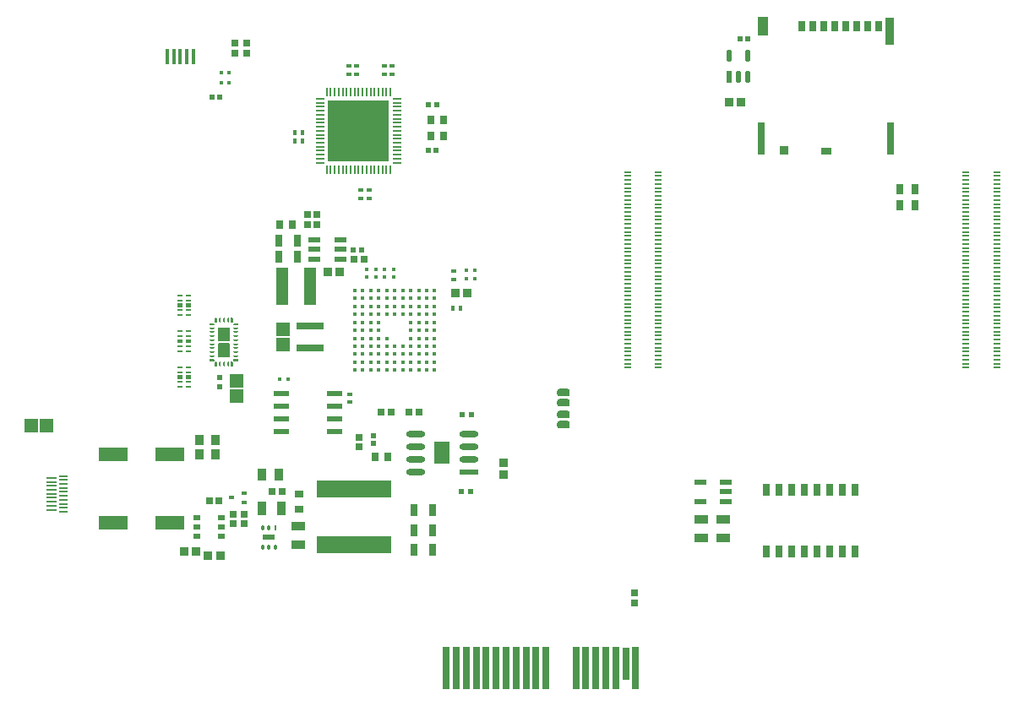
<source format=gtp>
G04*
G04 #@! TF.GenerationSoftware,Altium Limited,Altium Designer,24.4.1 (13)*
G04*
G04 Layer_Color=8421504*
%FSLAX44Y44*%
%MOMM*%
G71*
G04*
G04 #@! TF.SameCoordinates,03FE6816-4A6D-4829-BFD7-AFDAA43F001A*
G04*
G04*
G04 #@! TF.FilePolarity,Positive*
G04*
G01*
G75*
%ADD21R,1.6123X2.2523*%
%ADD22R,1.2154X0.6154*%
%ADD23R,0.7000X0.2000*%
%ADD24R,0.7112X4.1910*%
%ADD25R,0.7112X3.3000*%
%ADD26O,0.2000X0.9500*%
%ADD27O,0.9500X0.2000*%
%ADD28R,6.2000X6.2000*%
%ADD29R,1.5500X0.6000*%
%ADD30R,1.4562X1.3781*%
G04:AMPARAMS|DCode=31|XSize=1.9296mm|YSize=0.6121mm|CornerRadius=0.3061mm|HoleSize=0mm|Usage=FLASHONLY|Rotation=180.000|XOffset=0mm|YOffset=0mm|HoleType=Round|Shape=RoundedRectangle|*
%AMROUNDEDRECTD31*
21,1,1.9296,0.0000,0,0,180.0*
21,1,1.3175,0.6121,0,0,180.0*
1,1,0.6121,-0.6588,0.0000*
1,1,0.6121,0.6588,0.0000*
1,1,0.6121,0.6588,0.0000*
1,1,0.6121,-0.6588,0.0000*
%
%ADD31ROUNDEDRECTD31*%
%ADD32R,1.9296X0.6121*%
%ADD33R,0.6500X0.7000*%
%ADD34R,0.7600X1.2500*%
%ADD35R,0.5000X0.4000*%
%ADD36R,0.7500X1.0000*%
%ADD37R,0.9000X0.8000*%
%ADD38R,0.5100X0.4000*%
%ADD39R,1.1500X0.6000*%
%ADD40R,1.4000X0.9500*%
%ADD41R,0.5500X0.5500*%
%ADD42R,2.8500X1.4000*%
%ADD43R,0.9582X1.0061*%
%ADD44R,1.3781X1.4562*%
%ADD45C,0.1800*%
G04:AMPARAMS|DCode=46|XSize=0.2mm|YSize=0.5mm|CornerRadius=0.05mm|HoleSize=0mm|Usage=FLASHONLY|Rotation=180.000|XOffset=0mm|YOffset=0mm|HoleType=Round|Shape=RoundedRectangle|*
%AMROUNDEDRECTD46*
21,1,0.2000,0.4000,0,0,180.0*
21,1,0.1000,0.5000,0,0,180.0*
1,1,0.1000,-0.0500,0.2000*
1,1,0.1000,0.0500,0.2000*
1,1,0.1000,0.0500,-0.2000*
1,1,0.1000,-0.0500,-0.2000*
%
%ADD46ROUNDEDRECTD46*%
G04:AMPARAMS|DCode=47|XSize=0.5mm|YSize=0.2mm|CornerRadius=0.05mm|HoleSize=0mm|Usage=FLASHONLY|Rotation=180.000|XOffset=0mm|YOffset=0mm|HoleType=Round|Shape=RoundedRectangle|*
%AMROUNDEDRECTD47*
21,1,0.5000,0.1000,0,0,180.0*
21,1,0.4000,0.2000,0,0,180.0*
1,1,0.1000,-0.2000,0.0500*
1,1,0.1000,0.2000,0.0500*
1,1,0.1000,0.2000,-0.0500*
1,1,0.1000,-0.2000,-0.0500*
%
%ADD47ROUNDEDRECTD47*%
G04:AMPARAMS|DCode=48|XSize=0.565mm|YSize=0.2mm|CornerRadius=0.05mm|HoleSize=0mm|Usage=FLASHONLY|Rotation=0.000|XOffset=0mm|YOffset=0mm|HoleType=Round|Shape=RoundedRectangle|*
%AMROUNDEDRECTD48*
21,1,0.5650,0.1000,0,0,0.0*
21,1,0.4650,0.2000,0,0,0.0*
1,1,0.1000,0.2325,-0.0500*
1,1,0.1000,-0.2325,-0.0500*
1,1,0.1000,-0.2325,0.0500*
1,1,0.1000,0.2325,0.0500*
%
%ADD48ROUNDEDRECTD48*%
%ADD49R,1.0000X0.2300*%
%ADD50R,0.8500X0.2300*%
%ADD51R,0.7000X0.6500*%
%ADD52R,0.7000X0.2000*%
G04:AMPARAMS|DCode=53|XSize=0.762mm|YSize=1.27mm|CornerRadius=0.1905mm|HoleSize=0mm|Usage=FLASHONLY|Rotation=90.000|XOffset=0mm|YOffset=0mm|HoleType=Round|Shape=RoundedRectangle|*
%AMROUNDEDRECTD53*
21,1,0.7620,0.8890,0,0,90.0*
21,1,0.3810,1.2700,0,0,90.0*
1,1,0.3810,0.4445,0.1905*
1,1,0.3810,0.4445,-0.1905*
1,1,0.3810,-0.4445,-0.1905*
1,1,0.3810,-0.4445,0.1905*
%
%ADD53ROUNDEDRECTD53*%
%ADD54R,0.9000X0.9300*%
%ADD55R,1.0500X0.7800*%
%ADD56R,1.1400X1.8300*%
%ADD57R,0.7000X3.3000*%
%ADD58R,0.8600X2.8000*%
%ADD59R,0.7000X1.1000*%
%ADD60R,0.8000X0.5500*%
G04:AMPARAMS|DCode=61|XSize=1.2196mm|YSize=0.5885mm|CornerRadius=0.2942mm|HoleSize=0mm|Usage=FLASHONLY|Rotation=90.000|XOffset=0mm|YOffset=0mm|HoleType=Round|Shape=RoundedRectangle|*
%AMROUNDEDRECTD61*
21,1,1.2196,0.0000,0,0,90.0*
21,1,0.6311,0.5885,0,0,90.0*
1,1,0.5885,0.0000,0.3156*
1,1,0.5885,0.0000,-0.3156*
1,1,0.5885,0.0000,-0.3156*
1,1,0.5885,0.0000,0.3156*
%
%ADD61ROUNDEDRECTD61*%
%ADD62R,0.5885X1.2196*%
%ADD63R,0.5153X0.4725*%
%ADD64R,0.9051X0.9062*%
%ADD65C,0.4500*%
%ADD66R,2.7000X0.8000*%
%ADD67R,0.4500X0.4500*%
%ADD68R,0.4000X0.5000*%
%ADD69R,0.9500X1.4500*%
%ADD70R,0.4500X0.4500*%
%ADD71R,0.7200X0.7200*%
%ADD72R,0.2925X0.5561*%
%ADD73R,0.6500X0.6500*%
G04:AMPARAMS|DCode=74|XSize=0.5561mm|YSize=0.2925mm|CornerRadius=0.1462mm|HoleSize=0mm|Usage=FLASHONLY|Rotation=270.000|XOffset=0mm|YOffset=0mm|HoleType=Round|Shape=RoundedRectangle|*
%AMROUNDEDRECTD74*
21,1,0.5561,0.0000,0,0,270.0*
21,1,0.2636,0.2925,0,0,270.0*
1,1,0.2925,0.0000,-0.1318*
1,1,0.2925,0.0000,0.1318*
1,1,0.2925,0.0000,0.1318*
1,1,0.2925,0.0000,-0.1318*
%
%ADD74ROUNDEDRECTD74*%
%ADD75R,7.5000X1.8000*%
%ADD76R,0.7000X1.3000*%
%ADD77R,0.9062X0.9051*%
%ADD78R,0.4000X1.5000*%
%ADD79R,0.8000X0.9000*%
%ADD80R,0.5200X0.5200*%
G04:AMPARAMS|DCode=81|XSize=0.55mm|YSize=0.5mm|CornerRadius=0.0625mm|HoleSize=0mm|Usage=FLASHONLY|Rotation=270.000|XOffset=0mm|YOffset=0mm|HoleType=Round|Shape=RoundedRectangle|*
%AMROUNDEDRECTD81*
21,1,0.5500,0.3750,0,0,270.0*
21,1,0.4250,0.5000,0,0,270.0*
1,1,0.1250,-0.1875,-0.2125*
1,1,0.1250,-0.1875,0.2125*
1,1,0.1250,0.1875,0.2125*
1,1,0.1250,0.1875,-0.2125*
%
%ADD81ROUNDEDRECTD81*%
%ADD82R,0.6682X0.6725*%
%ADD83R,0.6000X0.5500*%
%ADD84R,0.7581X0.8121*%
%ADD85R,0.7121X0.7811*%
%ADD86R,0.8065X1.3082*%
%ADD87R,0.4725X0.4682*%
%ADD88R,0.7500X0.9000*%
%ADD89R,1.2000X3.7000*%
G36*
X200783Y355724D02*
X200924Y355583D01*
X201000Y355399D01*
Y355300D01*
Y352700D01*
Y352601D01*
X200924Y352417D01*
X200783Y352276D01*
X200599Y352200D01*
X195751D01*
X195567Y352276D01*
X195426Y352417D01*
X195350Y352601D01*
Y352700D01*
Y355300D01*
Y355399D01*
X195426Y355583D01*
X195567Y355724D01*
X195751Y355800D01*
X200599D01*
X200783Y355724D01*
D02*
G37*
G36*
X192433D02*
X192574Y355583D01*
X192650Y355399D01*
Y355300D01*
Y352700D01*
Y352601D01*
X192574Y352417D01*
X192433Y352276D01*
X192249Y352200D01*
X187400D01*
X187217Y352276D01*
X187076Y352417D01*
X187000Y352601D01*
Y352700D01*
Y355300D01*
Y355399D01*
X187076Y355583D01*
X187217Y355724D01*
X187400Y355800D01*
X192249D01*
X192433Y355724D01*
D02*
G37*
G36*
X242533Y341424D02*
X242674Y341283D01*
X242750Y341099D01*
X242750Y341000D01*
X242750Y341000D01*
Y337400D01*
X241850Y336500D01*
X241150D01*
X240967Y336576D01*
X240826Y336717D01*
X240750Y336900D01*
Y337000D01*
Y337000D01*
X240750Y341000D01*
X240750Y341099D01*
X240826Y341283D01*
X240967Y341424D01*
X241151Y341500D01*
X241250D01*
X241250Y341500D01*
X242250Y341500D01*
X242349Y341500D01*
X242533Y341424D01*
D02*
G37*
G36*
X225250Y341500D02*
X226250Y341500D01*
Y341500D01*
X226349D01*
X226533Y341424D01*
X226674Y341283D01*
X226750Y341099D01*
X226750Y341000D01*
Y337000D01*
X226750Y337000D01*
Y336900D01*
X226674Y336717D01*
X226533Y336576D01*
X226349Y336500D01*
X225650D01*
X224750Y337400D01*
Y341000D01*
X224750Y341099D01*
X224826Y341283D01*
X224967Y341424D01*
X225151Y341500D01*
X225250Y341500D01*
D02*
G37*
G36*
X248033Y335924D02*
X248174Y335783D01*
X248250Y335600D01*
X248250Y335500D01*
X248250Y334500D01*
X248250Y334500D01*
Y334401D01*
X248174Y334217D01*
X248033Y334076D01*
X247849Y334000D01*
X247750Y334000D01*
X243750D01*
X243750Y334000D01*
X243650D01*
X243467Y334076D01*
X243326Y334217D01*
X243250Y334401D01*
Y334500D01*
Y335100D01*
X244150Y336000D01*
X247750D01*
X247849Y336000D01*
X248033Y335924D01*
D02*
G37*
G36*
X219750Y336000D02*
X223350D01*
X224250Y335100D01*
X224250Y334500D01*
Y334401D01*
X224174Y334217D01*
X224033Y334076D01*
X223849Y334000D01*
X223750D01*
Y334000D01*
X219750D01*
X219651Y334000D01*
X219467Y334076D01*
X219326Y334217D01*
X219250Y334401D01*
Y334500D01*
Y334500D01*
X219250Y335500D01*
X219250Y335600D01*
X219326Y335783D01*
X219467Y335924D01*
X219650Y336000D01*
X219750Y336000D01*
D02*
G37*
G36*
X239183Y331874D02*
X239324Y331733D01*
X239400Y331549D01*
Y331450D01*
Y318550D01*
Y318451D01*
X239324Y318267D01*
X239183Y318126D01*
X238999Y318050D01*
X228500D01*
X228317Y318126D01*
X228176Y318267D01*
X228100Y318451D01*
Y318550D01*
Y331450D01*
Y331549D01*
X228176Y331733D01*
X228317Y331874D01*
X228500Y331950D01*
X238999D01*
X239183Y331874D01*
D02*
G37*
G36*
X200783Y319724D02*
X200924Y319583D01*
X201000Y319399D01*
Y319300D01*
Y316700D01*
Y316600D01*
X200924Y316417D01*
X200783Y316276D01*
X200599Y316200D01*
X195751D01*
X195567Y316276D01*
X195426Y316417D01*
X195350Y316600D01*
Y316700D01*
Y319300D01*
Y319399D01*
X195426Y319583D01*
X195567Y319724D01*
X195751Y319800D01*
X200599D01*
X200783Y319724D01*
D02*
G37*
G36*
X192433D02*
X192574Y319583D01*
X192650Y319399D01*
Y319300D01*
Y316700D01*
Y316600D01*
X192574Y316417D01*
X192433Y316276D01*
X192249Y316200D01*
X187400D01*
X187217Y316276D01*
X187076Y316417D01*
X187000Y316600D01*
Y316700D01*
Y319300D01*
Y319399D01*
X187076Y319583D01*
X187217Y319724D01*
X187400Y319800D01*
X192249D01*
X192433Y319724D01*
D02*
G37*
G36*
X239183Y315874D02*
X239324Y315733D01*
X239400Y315549D01*
Y315450D01*
Y302550D01*
Y302451D01*
X239324Y302267D01*
X239183Y302126D01*
X238999Y302050D01*
X228500D01*
X228317Y302126D01*
X228176Y302267D01*
X228100Y302451D01*
Y302550D01*
Y315450D01*
Y315549D01*
X228176Y315733D01*
X228317Y315874D01*
X228500Y315950D01*
X238999D01*
X239183Y315874D01*
D02*
G37*
G36*
X247750Y300000D02*
X247849Y300000D01*
X248033Y299924D01*
X248174Y299783D01*
X248250Y299599D01*
Y299500D01*
X248250D01*
X248250Y298500D01*
X248250Y298400D01*
X248174Y298217D01*
X248033Y298076D01*
X247849Y298000D01*
X247750Y298000D01*
X247750Y298000D01*
X244150D01*
X243250Y298900D01*
Y299500D01*
Y299599D01*
X243326Y299783D01*
X243467Y299924D01*
X243650Y300000D01*
X243750D01*
X243750Y300000D01*
X247750Y300000D01*
D02*
G37*
G36*
X223750Y300000D02*
X223849D01*
X224033Y299924D01*
X224174Y299783D01*
X224250Y299599D01*
Y299500D01*
X224250Y298900D01*
X223350Y298000D01*
X219750D01*
Y298000D01*
X219650Y298000D01*
X219467Y298076D01*
X219326Y298217D01*
X219250Y298400D01*
X219250Y298500D01*
X219250Y299500D01*
Y299599D01*
X219326Y299783D01*
X219467Y299924D01*
X219651Y300000D01*
X219750Y300000D01*
X223750Y300000D01*
Y300000D01*
D02*
G37*
G36*
X242750Y296600D02*
Y293000D01*
X242750D01*
X242750Y292901D01*
X242674Y292717D01*
X242533Y292576D01*
X242349Y292500D01*
X242250Y292500D01*
X241250Y292500D01*
X241250Y292500D01*
X241151D01*
X240967Y292576D01*
X240826Y292717D01*
X240750Y292901D01*
X240750Y293000D01*
X240750Y297000D01*
Y297099D01*
X240826Y297283D01*
X240967Y297424D01*
X241150Y297500D01*
X241250D01*
X241850Y297500D01*
X242750Y296600D01*
D02*
G37*
G36*
X226250Y297500D02*
X226349D01*
X226533Y297424D01*
X226674Y297283D01*
X226750Y297099D01*
Y297000D01*
X226750D01*
Y293000D01*
X226750Y292901D01*
X226674Y292717D01*
X226533Y292576D01*
X226349Y292500D01*
X226250D01*
X225250Y292500D01*
X225151Y292500D01*
X224967Y292576D01*
X224826Y292717D01*
X224750Y292901D01*
X224750Y293000D01*
Y296600D01*
X225650Y297500D01*
X226250Y297500D01*
D02*
G37*
G36*
X200783Y283724D02*
X200924Y283583D01*
X201000Y283399D01*
Y283300D01*
Y280700D01*
Y280600D01*
X200924Y280417D01*
X200783Y280276D01*
X200599Y280200D01*
X195751D01*
X195567Y280276D01*
X195426Y280417D01*
X195350Y280600D01*
Y280700D01*
Y283300D01*
Y283399D01*
X195426Y283583D01*
X195567Y283724D01*
X195751Y283800D01*
X200599D01*
X200783Y283724D01*
D02*
G37*
G36*
X192433D02*
X192574Y283583D01*
X192650Y283399D01*
Y283300D01*
Y280700D01*
Y280600D01*
X192574Y280417D01*
X192433Y280276D01*
X192249Y280200D01*
X187400D01*
X187217Y280276D01*
X187076Y280417D01*
X187000Y280600D01*
Y280700D01*
Y283300D01*
Y283399D01*
X187076Y283583D01*
X187217Y283724D01*
X187400Y283800D01*
X192249D01*
X192433Y283724D01*
D02*
G37*
D21*
X452587Y206051D02*
D03*
D22*
X279000Y121220D02*
D03*
D23*
X668915Y291591D02*
D03*
X638115D02*
D03*
X668915Y295591D02*
D03*
X638115D02*
D03*
X668915Y299591D02*
D03*
X638115D02*
D03*
X668915Y303591D02*
D03*
X638115D02*
D03*
X668915Y307591D02*
D03*
X638115D02*
D03*
X668915Y311591D02*
D03*
X638115D02*
D03*
X668915Y315591D02*
D03*
X638115D02*
D03*
X668915Y319591D02*
D03*
X638115D02*
D03*
X668915Y323591D02*
D03*
X638115D02*
D03*
X668915Y327591D02*
D03*
X638115D02*
D03*
X668915Y331591D02*
D03*
X638115D02*
D03*
X668915Y335591D02*
D03*
X638115D02*
D03*
X668915Y339591D02*
D03*
X638115D02*
D03*
X668915Y343591D02*
D03*
X638115D02*
D03*
X668915Y347591D02*
D03*
X638115D02*
D03*
X668915Y351591D02*
D03*
X638115D02*
D03*
X668915Y355591D02*
D03*
X638115D02*
D03*
X668915Y359591D02*
D03*
X638115D02*
D03*
X668915Y363591D02*
D03*
X638115D02*
D03*
X668915Y367591D02*
D03*
X638115D02*
D03*
X668915Y371591D02*
D03*
X638115D02*
D03*
X668915Y375591D02*
D03*
X638115D02*
D03*
X668915Y379591D02*
D03*
X638115D02*
D03*
X668915Y383591D02*
D03*
X638115D02*
D03*
X668915Y387591D02*
D03*
X638115D02*
D03*
X668915Y391591D02*
D03*
X638115D02*
D03*
X668915Y395591D02*
D03*
X638115D02*
D03*
X668915Y399591D02*
D03*
X638115D02*
D03*
X668915Y403591D02*
D03*
X638115D02*
D03*
X668915Y407591D02*
D03*
X638115D02*
D03*
X668915Y411591D02*
D03*
X638115D02*
D03*
X668915Y415591D02*
D03*
X638115D02*
D03*
X668915Y419591D02*
D03*
X638115D02*
D03*
X668915Y423591D02*
D03*
X638115D02*
D03*
X668915Y427591D02*
D03*
X638115D02*
D03*
X668915Y431591D02*
D03*
X638115D02*
D03*
X668915Y435591D02*
D03*
X638115D02*
D03*
X668915Y439591D02*
D03*
X638115D02*
D03*
X668915Y443591D02*
D03*
X638115D02*
D03*
X668915Y447591D02*
D03*
X638115D02*
D03*
X668915Y451591D02*
D03*
X638115D02*
D03*
X668915Y455591D02*
D03*
X638115D02*
D03*
X668915Y459591D02*
D03*
X638115D02*
D03*
X668915Y463591D02*
D03*
X638115D02*
D03*
X668915Y467591D02*
D03*
X638115D02*
D03*
X668915Y471591D02*
D03*
X638115D02*
D03*
X668915Y475591D02*
D03*
X638115D02*
D03*
X668915Y479591D02*
D03*
X638115D02*
D03*
X668915Y483591D02*
D03*
X638115D02*
D03*
X668915Y487591D02*
D03*
X638115D02*
D03*
X1008115Y291591D02*
D03*
X977315D02*
D03*
X1008115Y295591D02*
D03*
X977315D02*
D03*
X1008115Y299591D02*
D03*
X977315D02*
D03*
X1008115Y303591D02*
D03*
X977315D02*
D03*
X1008115Y307591D02*
D03*
X977315D02*
D03*
X1008115Y311591D02*
D03*
X977315D02*
D03*
X1008115Y315591D02*
D03*
X977315D02*
D03*
X1008115Y319591D02*
D03*
X977315D02*
D03*
X1008115Y323591D02*
D03*
X977315D02*
D03*
X1008115Y327591D02*
D03*
X977315D02*
D03*
X1008115Y331591D02*
D03*
X977315D02*
D03*
X1008115Y335591D02*
D03*
X977315D02*
D03*
X1008115Y339591D02*
D03*
X977315D02*
D03*
X1008115Y343591D02*
D03*
X977315D02*
D03*
X1008115Y347591D02*
D03*
X977315D02*
D03*
X1008115Y351591D02*
D03*
X977315D02*
D03*
X1008115Y355591D02*
D03*
X977315D02*
D03*
X1008115Y359591D02*
D03*
X977315D02*
D03*
X1008115Y363591D02*
D03*
X977315D02*
D03*
X1008115Y367591D02*
D03*
X977315D02*
D03*
X1008115Y371591D02*
D03*
X977315D02*
D03*
X1008115Y375591D02*
D03*
X977315D02*
D03*
X1008115Y379591D02*
D03*
X977315D02*
D03*
X1008115Y383591D02*
D03*
X977315D02*
D03*
X1008115Y387591D02*
D03*
X977315D02*
D03*
X1008115Y391591D02*
D03*
X977315D02*
D03*
X1008115Y395591D02*
D03*
X977315D02*
D03*
X1008115Y399591D02*
D03*
X977315D02*
D03*
X1008115Y403591D02*
D03*
X977315D02*
D03*
X1008115Y407591D02*
D03*
X977315D02*
D03*
X1008115Y411591D02*
D03*
X977315D02*
D03*
X1008115Y415591D02*
D03*
X977315D02*
D03*
X1008115Y419591D02*
D03*
X977315D02*
D03*
X1008115Y423591D02*
D03*
X977315D02*
D03*
X1008115Y427591D02*
D03*
X977315D02*
D03*
X1008115Y431591D02*
D03*
X977315D02*
D03*
X1008115Y435591D02*
D03*
X977315D02*
D03*
X1008115Y439591D02*
D03*
X977315D02*
D03*
X1008115Y443591D02*
D03*
X977315D02*
D03*
X1008115Y447591D02*
D03*
X977315D02*
D03*
X1008115Y451591D02*
D03*
X977315D02*
D03*
X1008115Y455591D02*
D03*
X977315D02*
D03*
X1008115Y459591D02*
D03*
X977315D02*
D03*
X1008115Y463591D02*
D03*
X977315D02*
D03*
X1008115Y467591D02*
D03*
X977315D02*
D03*
X1008115Y471591D02*
D03*
X977315D02*
D03*
X1008115Y475591D02*
D03*
X977315D02*
D03*
X1008115Y479591D02*
D03*
X977315D02*
D03*
X1008115Y483591D02*
D03*
X977315D02*
D03*
X1008115Y487591D02*
D03*
X977315D02*
D03*
D24*
X546514Y-9906D02*
D03*
X536514D02*
D03*
X586514D02*
D03*
X496514D02*
D03*
X506514D02*
D03*
X556514D02*
D03*
X606514D02*
D03*
X616514D02*
D03*
X486514D02*
D03*
X516514D02*
D03*
X626514D02*
D03*
X596514D02*
D03*
X646514D02*
D03*
X456514D02*
D03*
X466514D02*
D03*
X476514D02*
D03*
X526514D02*
D03*
D25*
X636514Y-5406D02*
D03*
D26*
X336750Y567750D02*
D03*
X400750Y490250D02*
D03*
X396750D02*
D03*
X368750D02*
D03*
X344750D02*
D03*
X336750D02*
D03*
X376750D02*
D03*
X372750D02*
D03*
X340750D02*
D03*
X384750D02*
D03*
X364750Y567750D02*
D03*
X360750D02*
D03*
X400750D02*
D03*
X396750D02*
D03*
X352750D02*
D03*
X348750D02*
D03*
X388750D02*
D03*
X384750D02*
D03*
X340750D02*
D03*
X376750D02*
D03*
X372750D02*
D03*
X356750Y490250D02*
D03*
X344750Y567750D02*
D03*
X392750Y490250D02*
D03*
X380750Y567750D02*
D03*
X388750Y490250D02*
D03*
X360750D02*
D03*
X364750D02*
D03*
X348750D02*
D03*
X352750D02*
D03*
X356750Y567750D02*
D03*
X380750Y490250D02*
D03*
X368750Y567750D02*
D03*
X392750D02*
D03*
D27*
X407500Y561000D02*
D03*
Y525000D02*
D03*
Y517000D02*
D03*
Y509000D02*
D03*
Y501000D02*
D03*
Y497000D02*
D03*
X330000D02*
D03*
Y501000D02*
D03*
Y509000D02*
D03*
Y513000D02*
D03*
Y521000D02*
D03*
Y525000D02*
D03*
Y533000D02*
D03*
Y537000D02*
D03*
Y545000D02*
D03*
Y549000D02*
D03*
Y557000D02*
D03*
Y561000D02*
D03*
X407500Y533000D02*
D03*
Y505000D02*
D03*
Y513000D02*
D03*
Y529000D02*
D03*
Y521000D02*
D03*
X330000Y541000D02*
D03*
Y505000D02*
D03*
X407500Y541000D02*
D03*
Y553000D02*
D03*
Y557000D02*
D03*
Y545000D02*
D03*
Y549000D02*
D03*
X330000Y517000D02*
D03*
Y553000D02*
D03*
Y529000D02*
D03*
X407500Y537000D02*
D03*
D28*
X368750Y529000D02*
D03*
D29*
X345000Y265400D02*
D03*
X291000Y252700D02*
D03*
Y265400D02*
D03*
Y240000D02*
D03*
Y227300D02*
D03*
X345000Y240000D02*
D03*
Y227300D02*
D03*
Y252700D02*
D03*
D30*
X246750Y277891D02*
D03*
Y262609D02*
D03*
X293250Y314859D02*
D03*
Y330141D02*
D03*
D31*
X426175Y225100D02*
D03*
Y212400D02*
D03*
Y187000D02*
D03*
X479000Y225100D02*
D03*
X426175Y199700D02*
D03*
X479000Y212400D02*
D03*
Y199700D02*
D03*
D32*
Y187000D02*
D03*
D33*
X243000Y144750D02*
D03*
Y135250D02*
D03*
X245000Y607000D02*
D03*
X256500D02*
D03*
X245000Y616500D02*
D03*
X256500D02*
D03*
X645243Y55850D02*
D03*
Y65350D02*
D03*
X254000Y135250D02*
D03*
Y144750D02*
D03*
D34*
X866450Y107250D02*
D03*
X853750D02*
D03*
X841050D02*
D03*
X828350D02*
D03*
X815650D02*
D03*
X802950D02*
D03*
X790250D02*
D03*
X777550D02*
D03*
Y168750D02*
D03*
X790250D02*
D03*
X802950D02*
D03*
X815650D02*
D03*
X828350D02*
D03*
X841050D02*
D03*
X853750D02*
D03*
X866450D02*
D03*
D35*
X358885Y594000D02*
D03*
Y586000D02*
D03*
X366614Y594000D02*
D03*
Y586000D02*
D03*
X402500Y586000D02*
D03*
Y594000D02*
D03*
X395000Y586000D02*
D03*
Y594000D02*
D03*
X464000Y380000D02*
D03*
X360000Y265000D02*
D03*
X464000Y388000D02*
D03*
X360000Y257000D02*
D03*
X379000Y461250D02*
D03*
Y469250D02*
D03*
X370750Y461250D02*
D03*
Y469250D02*
D03*
D36*
X926250Y470250D02*
D03*
X911250D02*
D03*
X926250Y454250D02*
D03*
X911250D02*
D03*
D37*
X308750Y149750D02*
D03*
Y164750D02*
D03*
D38*
X254500Y156000D02*
D03*
X241500Y161000D02*
D03*
X254500Y166000D02*
D03*
D39*
X737000Y157500D02*
D03*
Y167000D02*
D03*
Y176500D02*
D03*
X711000D02*
D03*
Y157500D02*
D03*
X350500Y400500D02*
D03*
Y410000D02*
D03*
X324500D02*
D03*
X350500Y419500D02*
D03*
X324500Y400500D02*
D03*
Y419500D02*
D03*
D40*
X712000Y120750D02*
D03*
Y139250D02*
D03*
X734000Y120750D02*
D03*
Y139250D02*
D03*
X308000Y113750D02*
D03*
Y132250D02*
D03*
D41*
X229750Y281500D02*
D03*
Y272500D02*
D03*
D42*
X179500Y136000D02*
D03*
X122500D02*
D03*
Y205000D02*
D03*
X179500D02*
D03*
D43*
X225000Y219261D02*
D03*
Y204739D02*
D03*
X209000Y219261D02*
D03*
Y204739D02*
D03*
D44*
X56031Y233500D02*
D03*
X40750D02*
D03*
D45*
X221750Y335000D02*
D03*
Y299000D02*
D03*
X245750Y335000D02*
D03*
Y299000D02*
D03*
X225750Y339000D02*
D03*
X241750D02*
D03*
X225750Y295000D02*
D03*
X241750D02*
D03*
D46*
X237750D02*
D03*
X233750D02*
D03*
X229750D02*
D03*
Y339000D02*
D03*
X233750D02*
D03*
X237750D02*
D03*
D47*
X221750Y303000D02*
D03*
Y307000D02*
D03*
Y311000D02*
D03*
Y315000D02*
D03*
Y319000D02*
D03*
Y323000D02*
D03*
Y327000D02*
D03*
Y331000D02*
D03*
X245750D02*
D03*
Y327000D02*
D03*
Y323000D02*
D03*
Y319000D02*
D03*
Y315000D02*
D03*
Y311000D02*
D03*
Y307000D02*
D03*
Y303000D02*
D03*
D48*
X189825Y323000D02*
D03*
X198175D02*
D03*
X189825Y328000D02*
D03*
X198175D02*
D03*
X189825Y308000D02*
D03*
X198175D02*
D03*
X189825Y313000D02*
D03*
X198175D02*
D03*
X189825Y344000D02*
D03*
X198175D02*
D03*
Y349000D02*
D03*
X189825D02*
D03*
X198175Y292000D02*
D03*
X189825D02*
D03*
X198175Y287000D02*
D03*
X189825D02*
D03*
Y364000D02*
D03*
X198175D02*
D03*
Y359000D02*
D03*
X189825D02*
D03*
X198175Y272000D02*
D03*
X189825D02*
D03*
X198175Y277000D02*
D03*
X189825D02*
D03*
D49*
X61000Y181000D02*
D03*
Y177000D02*
D03*
Y173000D02*
D03*
Y169000D02*
D03*
Y165000D02*
D03*
Y161000D02*
D03*
Y157000D02*
D03*
Y153000D02*
D03*
Y149000D02*
D03*
D50*
X73250Y183000D02*
D03*
Y179000D02*
D03*
Y175000D02*
D03*
Y171000D02*
D03*
Y167000D02*
D03*
Y163000D02*
D03*
Y159000D02*
D03*
Y155000D02*
D03*
Y151000D02*
D03*
Y147000D02*
D03*
D51*
X228750Y158000D02*
D03*
X219250D02*
D03*
X327250Y445000D02*
D03*
Y435000D02*
D03*
X317750D02*
D03*
Y445000D02*
D03*
D52*
X1008115Y291591D02*
D03*
X977315D02*
D03*
X1008115Y295591D02*
D03*
X977315D02*
D03*
X1008115Y299591D02*
D03*
X977315D02*
D03*
X1008115Y303591D02*
D03*
X977315D02*
D03*
X1008115Y307591D02*
D03*
X977315D02*
D03*
X1008115Y311591D02*
D03*
X977315D02*
D03*
X1008115Y315591D02*
D03*
X977315D02*
D03*
X1008115Y319591D02*
D03*
X977315D02*
D03*
X1008115Y323591D02*
D03*
X977315D02*
D03*
X1008115Y327591D02*
D03*
X977315D02*
D03*
X1008115Y331591D02*
D03*
X977315D02*
D03*
X1008115Y335591D02*
D03*
X977315D02*
D03*
X1008115Y339591D02*
D03*
X977315D02*
D03*
X1008115Y343591D02*
D03*
X977315D02*
D03*
X1008115Y347591D02*
D03*
X977315D02*
D03*
X1008115Y351591D02*
D03*
X977315D02*
D03*
X1008115Y355591D02*
D03*
X977315D02*
D03*
X1008115Y359591D02*
D03*
X977315D02*
D03*
X1008115Y363591D02*
D03*
X977315D02*
D03*
X1008115Y367591D02*
D03*
X977315D02*
D03*
X1008115Y371591D02*
D03*
X977315D02*
D03*
X1008115Y375591D02*
D03*
X977315D02*
D03*
X1008115Y379591D02*
D03*
X977315D02*
D03*
X1008115Y383591D02*
D03*
X977315D02*
D03*
X1008115Y387591D02*
D03*
X977315D02*
D03*
X1008115Y391591D02*
D03*
X977315D02*
D03*
X1008115Y395591D02*
D03*
X977315D02*
D03*
X1008115Y399591D02*
D03*
X977315D02*
D03*
X1008115Y403591D02*
D03*
X977315D02*
D03*
X1008115Y407591D02*
D03*
X977315D02*
D03*
X1008115Y411591D02*
D03*
X977315D02*
D03*
X1008115Y415591D02*
D03*
X977315D02*
D03*
X1008115Y419591D02*
D03*
X977315D02*
D03*
X1008115Y423591D02*
D03*
X977315D02*
D03*
X1008115Y427591D02*
D03*
X977315D02*
D03*
X1008115Y431591D02*
D03*
X977315D02*
D03*
X1008115Y435591D02*
D03*
X977315D02*
D03*
X1008115Y439591D02*
D03*
X977315D02*
D03*
X1008115Y443591D02*
D03*
X977315D02*
D03*
X1008115Y447591D02*
D03*
X977315D02*
D03*
X1008115Y451591D02*
D03*
X977315D02*
D03*
X1008115Y455591D02*
D03*
X977315D02*
D03*
X1008115Y459591D02*
D03*
X977315D02*
D03*
X1008115Y463591D02*
D03*
X977315D02*
D03*
X1008115Y467591D02*
D03*
X977315D02*
D03*
X1008115Y471591D02*
D03*
X977315D02*
D03*
X1008115Y475591D02*
D03*
X977315D02*
D03*
X1008115Y479591D02*
D03*
X977315D02*
D03*
X1008115Y483591D02*
D03*
X977315D02*
D03*
X1008115Y487591D02*
D03*
X977315D02*
D03*
X668915Y291591D02*
D03*
X638115D02*
D03*
X668915Y295591D02*
D03*
X638115D02*
D03*
X668915Y299591D02*
D03*
X638115D02*
D03*
X668915Y303591D02*
D03*
X638115D02*
D03*
X668915Y307591D02*
D03*
X638115D02*
D03*
X668915Y311591D02*
D03*
X638115D02*
D03*
X668915Y315591D02*
D03*
X638115D02*
D03*
X668915Y319591D02*
D03*
X638115D02*
D03*
X668915Y323591D02*
D03*
X638115D02*
D03*
X668915Y327591D02*
D03*
X638115D02*
D03*
X668915Y331591D02*
D03*
X638115D02*
D03*
X668915Y335591D02*
D03*
X638115D02*
D03*
X668915Y339591D02*
D03*
X638115D02*
D03*
X668915Y343591D02*
D03*
X638115D02*
D03*
X668915Y347591D02*
D03*
X638115D02*
D03*
X668915Y351591D02*
D03*
X638115D02*
D03*
X668915Y355591D02*
D03*
X638115D02*
D03*
X668915Y359591D02*
D03*
X638115D02*
D03*
X668915Y363591D02*
D03*
X638115D02*
D03*
X668915Y367591D02*
D03*
X638115D02*
D03*
X668915Y371591D02*
D03*
X638115D02*
D03*
X668915Y375591D02*
D03*
X638115D02*
D03*
X668915Y379591D02*
D03*
X638115D02*
D03*
X668915Y383591D02*
D03*
X638115D02*
D03*
X668915Y387591D02*
D03*
X638115D02*
D03*
X668915Y391591D02*
D03*
X638115D02*
D03*
X668915Y395591D02*
D03*
X638115D02*
D03*
X668915Y399591D02*
D03*
X638115D02*
D03*
X668915Y403591D02*
D03*
X638115D02*
D03*
X668915Y407591D02*
D03*
X638115D02*
D03*
X668915Y411591D02*
D03*
X638115D02*
D03*
X668915Y415591D02*
D03*
X638115D02*
D03*
X668915Y419591D02*
D03*
X638115D02*
D03*
X668915Y423591D02*
D03*
X638115D02*
D03*
X668915Y427591D02*
D03*
X638115D02*
D03*
X668915Y431591D02*
D03*
X638115D02*
D03*
X668915Y435591D02*
D03*
X638115D02*
D03*
X668915Y439591D02*
D03*
X638115D02*
D03*
X668915Y443591D02*
D03*
X638115D02*
D03*
X668915Y447591D02*
D03*
X638115D02*
D03*
X668915Y451591D02*
D03*
X638115D02*
D03*
X668915Y455591D02*
D03*
X638115D02*
D03*
X668915Y459591D02*
D03*
X638115D02*
D03*
X668915Y463591D02*
D03*
X638115D02*
D03*
X668915Y467591D02*
D03*
X638115D02*
D03*
X668915Y471591D02*
D03*
X638115D02*
D03*
X668915Y475591D02*
D03*
X638115D02*
D03*
X668915Y479591D02*
D03*
X638115D02*
D03*
X668915Y483591D02*
D03*
X638115D02*
D03*
X668915Y487591D02*
D03*
X638115D02*
D03*
D53*
X574000Y234000D02*
D03*
Y244000D02*
D03*
Y256000D02*
D03*
Y266000D02*
D03*
D54*
X795100Y509350D02*
D03*
D55*
X837750Y508600D02*
D03*
D56*
X774200Y633850D02*
D03*
D57*
X772000Y521200D02*
D03*
X901600D02*
D03*
D58*
X900800Y629000D02*
D03*
D59*
X813000Y634000D02*
D03*
X824000D02*
D03*
X835000D02*
D03*
X846000D02*
D03*
X857000D02*
D03*
X868000D02*
D03*
X879000D02*
D03*
X890000D02*
D03*
D60*
X231000Y122500D02*
D03*
Y132000D02*
D03*
Y141500D02*
D03*
X207000D02*
D03*
Y132000D02*
D03*
Y122500D02*
D03*
D61*
X740210Y603865D02*
D03*
X759000D02*
D03*
Y583000D02*
D03*
X749605D02*
D03*
D62*
X740210D02*
D03*
D63*
X751214Y621000D02*
D03*
X758786D02*
D03*
D64*
X739994Y558000D02*
D03*
X752006D02*
D03*
X465994Y366000D02*
D03*
X337989Y387500D02*
D03*
X230006Y103000D02*
D03*
X206006Y107000D02*
D03*
X478006Y366000D02*
D03*
X350000Y387500D02*
D03*
X193994Y107000D02*
D03*
X217994Y103000D02*
D03*
D65*
X381000Y337000D02*
D03*
X397000Y345000D02*
D03*
X421000Y337000D02*
D03*
X389000Y321000D02*
D03*
X373000Y369000D02*
D03*
Y353000D02*
D03*
X381000D02*
D03*
X373000Y361000D02*
D03*
X429000Y337000D02*
D03*
X437000Y345000D02*
D03*
X429000D02*
D03*
X445000Y353000D02*
D03*
X381000Y329000D02*
D03*
X373000D02*
D03*
X445000Y345000D02*
D03*
Y313000D02*
D03*
X421000Y369000D02*
D03*
X389000D02*
D03*
X397000Y353000D02*
D03*
X389000Y361000D02*
D03*
X421000Y345000D02*
D03*
X405000Y345000D02*
D03*
X421000Y329000D02*
D03*
X397000Y321000D02*
D03*
X389000Y345000D02*
D03*
X389000Y329000D02*
D03*
X421000Y313000D02*
D03*
X413000Y313000D02*
D03*
X413000Y305000D02*
D03*
X389000Y313000D02*
D03*
X397000Y305000D02*
D03*
X381000Y345000D02*
D03*
X373000D02*
D03*
Y337000D02*
D03*
X365000Y345000D02*
D03*
Y313000D02*
D03*
X365000Y337000D02*
D03*
X405000Y297000D02*
D03*
X421000Y289000D02*
D03*
X405000Y289000D02*
D03*
X389000Y297000D02*
D03*
Y289000D02*
D03*
X421000Y305000D02*
D03*
X389000Y337000D02*
D03*
X413000Y345000D02*
D03*
X421000Y321000D02*
D03*
X365000Y361000D02*
D03*
Y353000D02*
D03*
X445000Y305000D02*
D03*
X429000Y313000D02*
D03*
X437000D02*
D03*
X405000Y305000D02*
D03*
X437000Y361000D02*
D03*
X429000D02*
D03*
X381000D02*
D03*
X429000Y369000D02*
D03*
X421000Y353000D02*
D03*
X413000Y369000D02*
D03*
X405000Y361000D02*
D03*
Y353000D02*
D03*
X397000Y369000D02*
D03*
X365000Y329000D02*
D03*
X429000Y321000D02*
D03*
X397000Y361000D02*
D03*
X365000Y297000D02*
D03*
X381000Y305000D02*
D03*
X373000Y297000D02*
D03*
Y289000D02*
D03*
X381000Y297000D02*
D03*
X389000Y305000D02*
D03*
X381000Y289000D02*
D03*
X437000D02*
D03*
Y297000D02*
D03*
X429000Y305000D02*
D03*
X445000Y297000D02*
D03*
X437000Y305000D02*
D03*
X445000Y321000D02*
D03*
X413000Y361000D02*
D03*
X421000D02*
D03*
X429000Y353000D02*
D03*
X437000D02*
D03*
X405000Y313000D02*
D03*
X397000D02*
D03*
X429000Y297000D02*
D03*
X397000D02*
D03*
X397000Y289000D02*
D03*
X413000Y297000D02*
D03*
X413000Y289000D02*
D03*
X389000Y353000D02*
D03*
X421000Y297000D02*
D03*
X445000Y369000D02*
D03*
X445000Y361000D02*
D03*
X445000Y337000D02*
D03*
Y329000D02*
D03*
Y289000D02*
D03*
X437000Y369000D02*
D03*
Y337000D02*
D03*
X437000Y329000D02*
D03*
X437000Y321000D02*
D03*
X429000Y329000D02*
D03*
X429000Y289000D02*
D03*
X413000Y353000D02*
D03*
X405000Y369000D02*
D03*
X381000Y369000D02*
D03*
Y321000D02*
D03*
Y313000D02*
D03*
X373000Y321000D02*
D03*
Y313000D02*
D03*
Y305000D02*
D03*
X365000Y369000D02*
D03*
Y321000D02*
D03*
X365000Y305000D02*
D03*
X365000Y289000D02*
D03*
D66*
X320250Y311500D02*
D03*
Y333500D02*
D03*
D67*
X485000Y389000D02*
D03*
X395000Y390000D02*
D03*
X377000D02*
D03*
X404000Y382000D02*
D03*
X395000Y382000D02*
D03*
X377000D02*
D03*
X386000Y382000D02*
D03*
X477000Y389000D02*
D03*
X404000Y390000D02*
D03*
X386000D02*
D03*
X485000Y381000D02*
D03*
X477000Y381000D02*
D03*
D68*
X463000Y351000D02*
D03*
X471000D02*
D03*
X312500Y519000D02*
D03*
Y527000D02*
D03*
X304500Y519000D02*
D03*
Y527000D02*
D03*
D69*
X291750Y150000D02*
D03*
X272250D02*
D03*
D70*
X298000Y280000D02*
D03*
X239000Y587500D02*
D03*
X239000Y577500D02*
D03*
X290000Y280000D02*
D03*
X231000Y587500D02*
D03*
X231000Y577500D02*
D03*
D71*
X292100Y167250D02*
D03*
X281900D02*
D03*
D72*
X285500Y131000D02*
D03*
D73*
X391500Y247000D02*
D03*
X374000Y400000D02*
D03*
X364000D02*
D03*
X401500Y247000D02*
D03*
D74*
X285500Y111439D02*
D03*
X272500D02*
D03*
Y131000D02*
D03*
X279000Y111439D02*
D03*
Y131000D02*
D03*
D75*
X364000Y114000D02*
D03*
Y170000D02*
D03*
D76*
X424246Y108769D02*
D03*
Y148769D02*
D03*
Y128769D02*
D03*
X443246Y148769D02*
D03*
Y108769D02*
D03*
Y128769D02*
D03*
X307500Y403000D02*
D03*
Y419000D02*
D03*
X288500Y403000D02*
D03*
Y419000D02*
D03*
D77*
X514000Y196512D02*
D03*
Y184500D02*
D03*
D78*
X196500Y603050D02*
D03*
X190000D02*
D03*
X177000D02*
D03*
X203000D02*
D03*
X183500D02*
D03*
D79*
X441514Y523776D02*
D03*
X454014Y540276D02*
D03*
X441514D02*
D03*
X454014Y523776D02*
D03*
D80*
X446764Y554776D02*
D03*
X446264Y509026D02*
D03*
X229750Y563000D02*
D03*
X221750D02*
D03*
X438764Y554776D02*
D03*
X438264Y509026D02*
D03*
D81*
X472500Y244500D02*
D03*
X481500D02*
D03*
X481000Y167000D02*
D03*
X472000D02*
D03*
D82*
X429022Y247000D02*
D03*
X418979D02*
D03*
D83*
X371750Y409750D02*
D03*
X363250D02*
D03*
D84*
X397770Y202000D02*
D03*
X385230D02*
D03*
D85*
X369000Y212345D02*
D03*
Y221655D02*
D03*
D86*
X288509Y184000D02*
D03*
X271491D02*
D03*
D87*
X384000Y223521D02*
D03*
Y215479D02*
D03*
D88*
X290000Y435000D02*
D03*
X302000D02*
D03*
D89*
X292000Y373000D02*
D03*
X320000D02*
D03*
M02*

</source>
